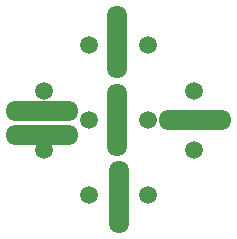
<source format=gbs>
G04 Layer: BottomSolderMaskLayer*
G04 EasyEDA v6.5.40, 2024-06-15 17:03:23*
G04 e63031535b224d068feaf967c7116de5,10*
G04 Gerber Generator version 0.2*
G04 Scale: 100 percent, Rotated: No, Reflected: No *
G04 Dimensions in millimeters *
G04 leading zeros omitted , absolute positions ,4 integer and 5 decimal *
%FSLAX45Y45*%
%MOMM*%

%ADD10O,1.703197X6.203188*%
%ADD11O,6.203188X1.703197*%
%ADD12C,1.5016*%

%LPD*%
D10*
G01*
X6146800Y6159500D03*
D11*
G01*
X5511800Y6235700D03*
G01*
X6807200Y6159500D03*
D10*
G01*
X6159500Y5511800D03*
D11*
G01*
X5511800Y6032500D03*
D10*
G01*
X6146800Y6819900D03*
D12*
G01*
X5909513Y6159500D03*
G01*
X6409512Y6159500D03*
G01*
X5524500Y5909487D03*
G01*
X5524500Y6409486D03*
G01*
X6794500Y5909487D03*
G01*
X6794500Y6409486D03*
G01*
X5909513Y5524500D03*
G01*
X6409512Y5524500D03*
G01*
X5909513Y6794500D03*
G01*
X6409512Y6794500D03*
M02*

</source>
